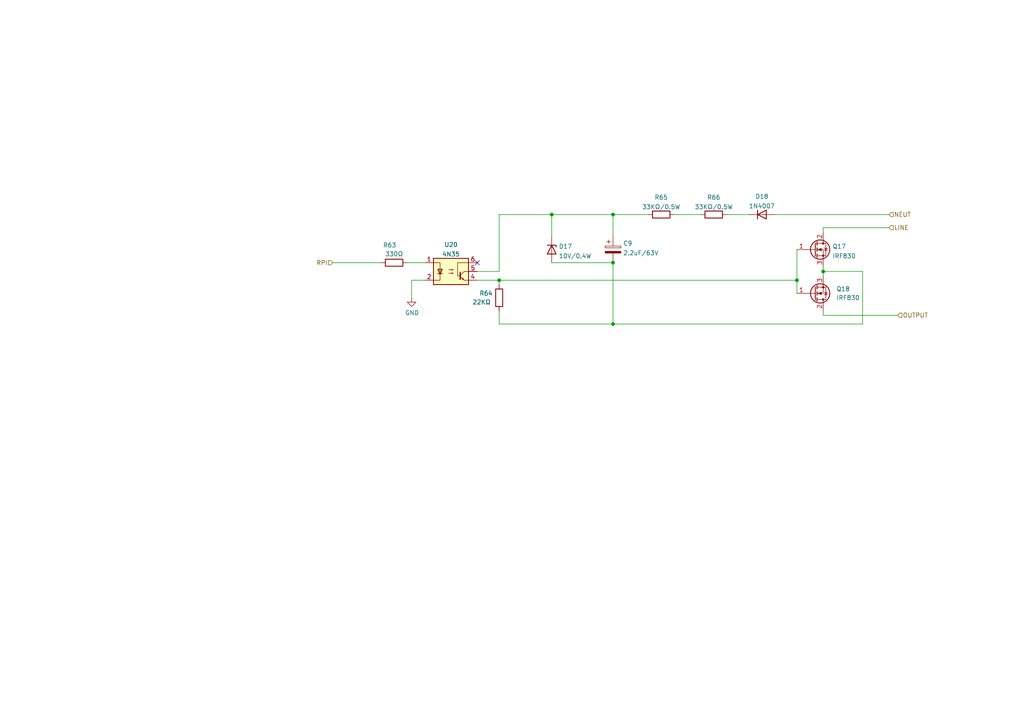
<source format=kicad_sch>
(kicad_sch (version 20211123) (generator eeschema)
  (paper "A4")
  (lib_symbols
    (symbol "Device:C_Polarized" (pin_numbers hide) (pin_names (offset 0.254))
      (property "Reference" "C" (at 0.635 2.54 0))
      (property "Value" "C_Polarized" (at 0.635 -2.54 0))
      (symbol "C_Polarized_0_1"
        (rectangle (start -2.286 0.508) (end 2.286 1.016))
        (polyline (pts (xy -1.778 2.286) (xy -0.762 2.286)))
        (polyline (pts (xy -1.27 2.794) (xy -1.27 1.778)))
        (rectangle (start 2.286 -0.508) (end -2.286 -1.016) (fill (type outline)))
      )
      (symbol "C_Polarized_1_1"
        (pin passive line (at 0 3.81 270) (length 2.794) (name "~") (number "1"))
        (pin passive line (at 0 -3.81 90) (length 2.794) (name "~") (number "2"))
      )
    )
    (symbol "Device:R" (pin_numbers hide) (pin_names (offset 0))
      (property "Reference" "R" (at 2.032 0 90))
      (property "Value" "R" (at 0 0 90))
      (symbol "R_0_1"
        (rectangle (start -1.016 -2.54) (end 1.016 2.54) (stroke (width 0.254)))
      )
      (symbol "R_1_1"
        (pin passive line (at 0 3.81 270) (length 1.27) (name "~") (number "1"))
        (pin passive line (at 0 -3.81 90) (length 1.27) (name "~") (number "2"))
      )
    )
    (symbol "Diode:1N4007" (pin_numbers hide) (pin_names (offset 1.016) hide)
      (property "Reference" "D" (at 0 2.54 0))
      (property "Value" "1N4007" (at 0 -2.54 0))
      (symbol "1N4007_0_1"
        (polyline (pts (xy -1.27 1.27) (xy -1.27 -1.27)) (stroke (width 0.254)))
        (polyline (pts (xy 1.27 0) (xy -1.27 0)))
        (polyline (pts (xy 1.27 1.27) (xy 1.27 -1.27) (xy -1.27 0) (xy 1.27 1.27)) (stroke (width 0.254)))
      )
      (symbol "1N4007_1_1"
        (pin passive line (at -3.81 0 0) (length 2.54) (name "K") (number "1"))
        (pin passive line (at 3.81 0 180) (length 2.54) (name "A") (number "2"))
      )
    )
    (symbol "Diode:BZV55B10" (pin_numbers hide) (pin_names (offset 1.016) hide)
      (property "Reference" "D" (at 0 2.54 0))
      (property "Value" "BZV55B10" (at 0 -2.54 0))
      (symbol "BZV55B10_0_1"
        (polyline (pts (xy 1.27 0) (xy -1.27 0)))
        (polyline (pts (xy -1.27 -1.27) (xy -1.27 1.27) (xy -0.762 1.27)) (stroke (width 0.254)))
        (polyline (pts (xy 1.27 -1.27) (xy 1.27 1.27) (xy -1.27 0) (xy 1.27 -1.27)) (stroke (width 0.254)))
      )
      (symbol "BZV55B10_1_1"
        (pin passive line (at -3.81 0 0) (length 2.54) (name "K") (number "1"))
        (pin passive line (at 3.81 0 180) (length 2.54) (name "A") (number "2"))
      )
    )
    (symbol "Isolator:4N35" (pin_names (offset 1.016))
      (property "Reference" "U" (at -5.08 5.08 0))
      (property "Value" "4N35" (at 0 5.08 0))
      (symbol "4N35_0_1"
        (rectangle (start -5.08 3.81) (end 5.08 -3.81) (stroke (width 0.254)) (fill (type background)))
        (polyline (pts (xy -3.81 -0.635) (xy -2.54 -0.635)) (stroke (width 0.254)))
        (polyline (pts (xy 2.667 -1.397) (xy 3.81 -2.54)))
        (polyline (pts (xy 2.667 -1.143) (xy 3.81 0)))
        (polyline (pts (xy 3.81 -2.54) (xy 5.08 -2.54)))
        (polyline (pts (xy 3.81 0) (xy 5.08 0)))
        (polyline (pts (xy 2.667 -0.254) (xy 2.667 -2.286) (xy 2.667 -2.286)) (stroke (width 0.3556)))
        (polyline (pts (xy -5.08 -2.54) (xy -3.175 -2.54) (xy -3.175 2.54) (xy -5.08 2.54)))
        (polyline (pts (xy -3.175 -0.635) (xy -3.81 0.635) (xy -2.54 0.635) (xy -3.175 -0.635)) (stroke (width 0.254)))
        (polyline (pts (xy 3.683 -2.413) (xy 3.429 -1.905) (xy 3.175 -2.159) (xy 3.683 -2.413)))
        (polyline (pts (xy 5.08 2.54) (xy 1.905 2.54) (xy 1.905 -1.27) (xy 2.54 -1.27)))
        (polyline (pts (xy -0.635 -0.508) (xy 0.635 -0.508) (xy 0.254 -0.635) (xy 0.254 -0.381) (xy 0.635 -0.508)))
        (polyline (pts (xy -0.635 0.508) (xy 0.635 0.508) (xy 0.254 0.381) (xy 0.254 0.635) (xy 0.635 0.508)))
      )
      (symbol "4N35_1_1"
        (pin passive line (at -7.62 2.54 0) (length 2.54) (name "~") (number "1"))
        (pin passive line (at -7.62 -2.54 0) (length 2.54) (name "~") (number "2"))
        (pin no_connect line (at -5.08 0 0) (length 2.54) hide (name "NC") (number "3"))
        (pin passive line (at 7.62 -2.54 180) (length 2.54) (name "~") (number "4"))
        (pin passive line (at 7.62 0 180) (length 2.54) (name "~") (number "5"))
        (pin passive line (at 7.62 2.54 180) (length 2.54) (name "~") (number "6"))
      )
    )
    (symbol "Transistor_FET:IRF740" (pin_names hide)
      (property "Reference" "Q" (at 6.35 1.905 0))
      (property "Value" "IRF740" (at 6.35 0 0))
      (symbol "IRF740_0_1"
        (polyline (pts (xy 0.254 0) (xy -2.54 0)))
        (polyline (pts (xy 0.254 1.905) (xy 0.254 -1.905)) (stroke (width 0.254)))
        (polyline (pts (xy 0.762 -1.27) (xy 0.762 -2.286)) (stroke (width 0.254)))
        (polyline (pts (xy 0.762 0.508) (xy 0.762 -0.508)) (stroke (width 0.254)))
        (polyline (pts (xy 0.762 2.286) (xy 0.762 1.27)) (stroke (width 0.254)))
        (polyline (pts (xy 2.54 2.54) (xy 2.54 1.778)))
        (polyline (pts (xy 2.54 -2.54) (xy 2.54 0) (xy 0.762 0)))
        (polyline (pts (xy 0.762 -1.778) (xy 3.302 -1.778) (xy 3.302 1.778) (xy 0.762 1.778)))
        (polyline (pts (xy 1.016 0) (xy 2.032 0.381) (xy 2.032 -0.381) (xy 1.016 0)) (fill (type outline)))
        (polyline (pts (xy 2.794 0.508) (xy 2.921 0.381) (xy 3.683 0.381) (xy 3.81 0.254)))
        (polyline (pts (xy 3.302 0.381) (xy 2.921 -0.254) (xy 3.683 -0.254) (xy 3.302 0.381)))
        (circle (center 1.651 0) (radius 2.794) (stroke (width 0.254)))
        (circle (center 2.54 -1.778) (radius 0.254) (fill (type outline)))
        (circle (center 2.54 1.778) (radius 0.254) (fill (type outline)))
      )
      (symbol "IRF740_1_1"
        (pin input line (at -5.08 0 0) (length 2.54) (name "G") (number "1"))
        (pin passive line (at 2.54 5.08 270) (length 2.54) (name "D") (number "2"))
        (pin passive line (at 2.54 -5.08 90) (length 2.54) (name "S") (number "3"))
      )
    )
    (symbol "power:GND" (power) (pin_names (offset 0))
      (property "Value" "GND" (at 0 -3.81 0))
      (symbol "GND_0_1"
        (polyline (pts (xy 0 0) (xy 0 -1.27) (xy 1.27 -1.27) (xy 0 -2.54) (xy -1.27 -1.27) (xy 0 -1.27)))
      )
      (symbol "GND_1_1"
        (pin power_in line (at 0 0 270) (length 0) hide (name "GND") (number "1"))
      )
    )
  )
  (junction (at 160.02 62.23))
  (junction (at 177.8 76.2))
  (junction (at 177.8 62.23))
  (junction (at 231.14 81.28))
  (junction (at 238.76 78.74))
  (junction (at 144.78 81.28))
  (junction (at 177.8 93.98))
  (no_connect (at 138.43 76.2))
  (wire (pts (xy 138.43 81.28) (xy 144.78 81.28)))
  (wire (pts (xy 144.78 62.23) (xy 160.02 62.23)))
  (wire (pts (xy 224.79 62.23) (xy 257.81 62.23)))
  (wire (pts (xy 144.78 93.98) (xy 177.8 93.98)))
  (wire (pts (xy 238.76 66.04) (xy 238.76 67.31)))
  (wire (pts (xy 177.8 62.23) (xy 177.8 68.58)))
  (wire (pts (xy 123.19 81.28) (xy 119.38 81.28)))
  (wire (pts (xy 138.43 78.74) (xy 144.78 78.74)))
  (wire (pts (xy 144.78 90.17) (xy 144.78 93.98)))
  (wire (pts (xy 238.76 78.74) (xy 238.76 77.47)))
  (wire (pts (xy 231.14 81.28) (xy 231.14 85.09)))
  (wire (pts (xy 118.11 76.2) (xy 123.19 76.2)))
  (wire (pts (xy 177.8 62.23) (xy 160.02 62.23)))
  (wire (pts (xy 177.8 76.2) (xy 177.8 93.98)))
  (wire (pts (xy 238.76 78.74) (xy 250.19 78.74)))
  (wire (pts (xy 96.52 76.2) (xy 110.49 76.2)))
  (wire (pts (xy 160.02 62.23) (xy 160.02 68.58)))
  (wire (pts (xy 195.58 62.23) (xy 203.2 62.23)))
  (wire (pts (xy 144.78 78.74) (xy 144.78 62.23)))
  (wire (pts (xy 231.14 72.39) (xy 231.14 81.28)))
  (wire (pts (xy 187.96 62.23) (xy 177.8 62.23)))
  (wire (pts (xy 238.76 78.74) (xy 238.76 80.01)))
  (wire (pts (xy 144.78 82.55) (xy 144.78 81.28)))
  (wire (pts (xy 238.76 66.04) (xy 257.81 66.04)))
  (wire (pts (xy 119.38 81.28) (xy 119.38 86.36)))
  (wire (pts (xy 160.02 76.2) (xy 177.8 76.2)))
  (wire (pts (xy 177.8 93.98) (xy 250.19 93.98)))
  (wire (pts (xy 238.76 90.17) (xy 238.76 91.44)))
  (wire (pts (xy 210.82 62.23) (xy 217.17 62.23)))
  (wire (pts (xy 250.19 93.98) (xy 250.19 78.74)))
  (wire (pts (xy 238.76 91.44) (xy 260.35 91.44)))
  (wire (pts (xy 144.78 81.28) (xy 231.14 81.28)))
  (hierarchical_label "OUTPUT" (shape input) (at 260.35 91.44 0))
  (hierarchical_label "LINE" (shape input) (at 257.81 66.04 0))
  (hierarchical_label "NEUT" (shape input) (at 257.81 62.23 0))
  (hierarchical_label "RPI" (shape input) (at 96.52 76.2 180))
  (symbol (lib_id "Isolator:4N35") (at 130.81 78.74 0)
    (property "Reference" "U20" (at 130.81 70.9635 0))
    (property "Value" "4N35" (at 130.81 73.7386 0))
    (property "Footprint" "Package_DIP:SMDIP-6_W7.62mm" (effects hide))
    (property "Datasheet" "https://datasheet.lcsc.com/lcsc/1808131712_Everlight-Elec-4N35_C57084.pdf" (effects hide))
    (property "LCSC" "C115444" (effects hide))
  )
  (symbol (lib_id "Diode:1N4007") (at 220.98 62.23 0)
    (property "Reference" "D18" (at 220.98 56.9935 0))
    (property "Value" "1N4007" (at 220.98 59.7686 0))
    (property "Footprint" "Diode_SMD:D_SMA" (effects hide))
    (property "Datasheet" "https://datasheet.lcsc.com/lcsc/2008281133_TWGMC-1N4007_C727081.pdf" (effects hide))
    (property "LCSC" "C727081" (effects hide))
  )
  (symbol (lib_id "Device:R") (at 207.01 62.23 270)
    (property "Reference" "R66" (at 207.01 57.2475 90))
    (property "Value" "33KΩ/0.5W" (at 207.01 60.0226 90))
    (property "Footprint" "Resistor_SMD:R_0805_2012Metric" (effects hide))
    (property "Datasheet" "https://datasheet.lcsc.com/lcsc/2012181743_UNI-ROYAL-Uniroyal-Elec-AS05W2J0333T5E_C966118.pdf" (effects hide))
    (property "LCSC" "C966118" (effects hide))
  )
  (symbol (lib_id "Transistor_FET:IRF740") (at 236.22 72.39 0)
    (property "Reference" "Q17" (at 241.427 71.4815 0) (effects (justify left)))
    (property "Value" "IRF830" (at 241.427 74.2566 0) (effects (justify left)))
    (property "Footprint" "Package_TO_SOT_SMD:TO-263-3_TabPin2" (effects hide))
    (property "Datasheet" "https://datasheet.lcsc.com/lcsc/2006291614_VBsemi-Elec-IRF830ASTRL_C693297.pdf" (effects hide))
    (property "LCSC" "C693297" (effects hide))
  )
  (symbol (lib_id "Transistor_FET:IRF740") (at 236.22 85.09 0) (mirror x)
    (property "Reference" "Q18" (at 242.57 83.8199 0) (effects (justify left)))
    (property "Value" "IRF830" (at 242.57 86.3599 0) (effects (justify left)))
    (property "Footprint" "Package_TO_SOT_SMD:TO-263-3_TabPin2" (effects hide))
    (property "Datasheet" "https://datasheet.lcsc.com/lcsc/2006291614_VBsemi-Elec-IRF830ASTRL_C693297.pdf" (effects hide))
    (property "LCSC" "C693297" (effects hide))
  )
  (symbol (lib_id "Device:R") (at 191.77 62.23 270)
    (property "Reference" "R65" (at 191.77 57.2475 90))
    (property "Value" "33KΩ/0.5W" (at 191.77 60.0226 90))
    (property "Footprint" "Resistor_SMD:R_0805_2012Metric" (effects hide))
    (property "Datasheet" "https://datasheet.lcsc.com/lcsc/2012181743_UNI-ROYAL-Uniroyal-Elec-AS05W2J0333T5E_C966118.pdf" (effects hide))
    (property "LCSC" "C966118" (effects hide))
  )
  (symbol (lib_id "Device:C_Polarized") (at 177.8 72.39 0)
    (property "Reference" "C9" (at 180.721 70.5925 0) (effects (justify left)))
    (property "Value" "2.2uF/63V" (at 180.721 73.3676 0) (effects (justify left)))
    (property "Footprint" "Capacitor_SMD:C_1206_3216Metric" (effects hide))
    (property "Datasheet" "https://datasheet.lcsc.com/lcsc/1811072012_Samsung-Electro-Mechanics-CL31B225KBHNNNE_C50254.pdf" (effects hide))
    (property "LCSC" "C50254" (effects hide))
  )
  (symbol (lib_id "power:GND") (at 119.38 86.36 0)
    (property "Reference" "#PWR036" (effects hide))
    (property "Value" "GND" (at 119.507 90.7542 0))
  )
  (symbol (lib_id "Device:R") (at 144.78 86.36 0)
    (property "Reference" "R64" (at 140.97 85.09 0))
    (property "Value" "22KΩ" (at 139.7 87.63 0))
    (property "Footprint" "Resistor_SMD:R_0603_1608Metric" (effects hide))
    (property "Datasheet" "https://datasheet.lcsc.com/lcsc/1811081712_UNI-ROYAL-Uniroyal-Elec-0603WAF2202T5E_C31850.pdf" (effects hide))
    (property "LCSC" "C31850" (effects hide))
  )
  (symbol (lib_id "Device:R") (at 114.3 76.2 270)
    (property "Reference" "R63" (at 113.03 71.12 90))
    (property "Value" "330Ω" (at 114.3 73.66 90))
    (property "Footprint" "Resistor_SMD:R_0603_1608Metric" (effects hide))
    (property "Datasheet" "https://datasheet.lcsc.com/lcsc/1811081715_UNI-ROYAL-Uniroyal-Elec-0603WAF3300T5E_C23138.pdf" (effects hide))
    (property "LCSC" "C23138" (effects hide))
  )
  (symbol (lib_id "Diode:BZV55B10") (at 160.02 72.39 270)
    (property "Reference" "D17" (at 162.052 71.4815 90) (effects (justify left)))
    (property "Value" "10V/0.4W" (at 162.052 74.2566 90) (effects (justify left)))
    (property "Footprint" "Diode_SMD:D_SOD-123" (effects hide))
    (property "Datasheet" "https://datasheet.lcsc.com/lcsc/1811051610_MDD%EF%BC%88Microdiode-Electronics%EF%BC%89-BZT52C10_C173431.pdf" (effects hide))
    (property "LCSC" "C173431" (effects hide))
  )
)
</source>
